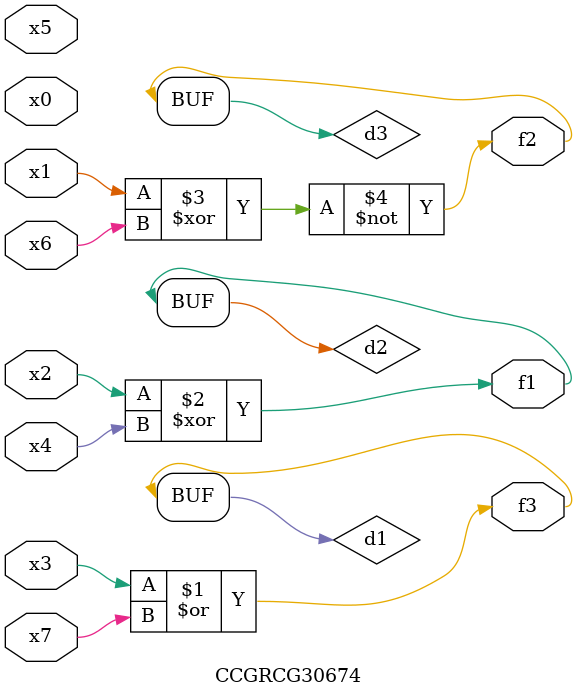
<source format=v>
module CCGRCG30674(
	input x0, x1, x2, x3, x4, x5, x6, x7,
	output f1, f2, f3
);

	wire d1, d2, d3;

	or (d1, x3, x7);
	xor (d2, x2, x4);
	xnor (d3, x1, x6);
	assign f1 = d2;
	assign f2 = d3;
	assign f3 = d1;
endmodule

</source>
